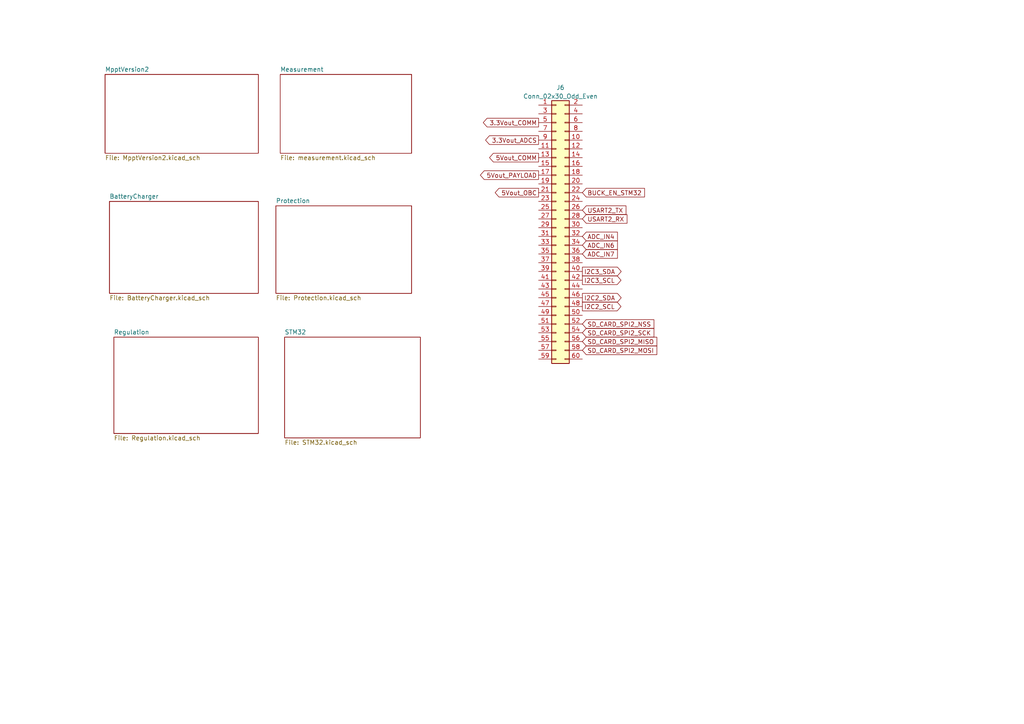
<source format=kicad_sch>
(kicad_sch (version 20230121) (generator eeschema)
  (paper "A4")
  (lib_symbols
    (symbol "Connector_Generic:Conn_02x30_Odd_Even" (pin_names (offset 1.016) hide)
      (property "Reference" "J" (at 1.27 38.1 0))
      (property "Value" "Conn_02x30_Odd_Even" (at 1.27 -40.64 0))
      (symbol "Conn_02x30_Odd_Even_1_1"
        (rectangle (start -1.27 -37.973) (end 0 -38.227) (stroke (width 0.1524)))
        (rectangle (start -1.27 -35.433) (end 0 -35.687) (stroke (width 0.1524)))
        (rectangle (start -1.27 -32.893) (end 0 -33.147) (stroke (width 0.1524)))
        (rectangle (start -1.27 -30.353) (end 0 -30.607) (stroke (width 0.1524)))
        (rectangle (start -1.27 -27.813) (end 0 -28.067) (stroke (width 0.1524)))
        (rectangle (start -1.27 -25.273) (end 0 -25.527) (stroke (width 0.1524)))
        (rectangle (start -1.27 -22.733) (end 0 -22.987) (stroke (width 0.1524)))
        (rectangle (start -1.27 -20.193) (end 0 -20.447) (stroke (width 0.1524)))
        (rectangle (start -1.27 -17.653) (end 0 -17.907) (stroke (width 0.1524)))
        (rectangle (start -1.27 -15.113) (end 0 -15.367) (stroke (width 0.1524)))
        (rectangle (start -1.27 -12.573) (end 0 -12.827) (stroke (width 0.1524)))
        (rectangle (start -1.27 -10.033) (end 0 -10.287) (stroke (width 0.1524)))
        (rectangle (start -1.27 -7.493) (end 0 -7.747) (stroke (width 0.1524)))
        (rectangle (start -1.27 -4.953) (end 0 -5.207) (stroke (width 0.1524)))
        (rectangle (start -1.27 -2.413) (end 0 -2.667) (stroke (width 0.1524)))
        (rectangle (start -1.27 0.127) (end 0 -0.127) (stroke (width 0.1524)))
        (rectangle (start -1.27 2.667) (end 0 2.413) (stroke (width 0.1524)))
        (rectangle (start -1.27 5.207) (end 0 4.953) (stroke (width 0.1524)))
        (rectangle (start -1.27 7.747) (end 0 7.493) (stroke (width 0.1524)))
        (rectangle (start -1.27 10.287) (end 0 10.033) (stroke (width 0.1524)))
        (rectangle (start -1.27 12.827) (end 0 12.573) (stroke (width 0.1524)))
        (rectangle (start -1.27 15.367) (end 0 15.113) (stroke (width 0.1524)))
        (rectangle (start -1.27 17.907) (end 0 17.653) (stroke (width 0.1524)))
        (rectangle (start -1.27 20.447) (end 0 20.193) (stroke (width 0.1524)))
        (rectangle (start -1.27 22.987) (end 0 22.733) (stroke (width 0.1524)))
        (rectangle (start -1.27 25.527) (end 0 25.273) (stroke (width 0.1524)))
        (rectangle (start -1.27 28.067) (end 0 27.813) (stroke (width 0.1524)))
        (rectangle (start -1.27 30.607) (end 0 30.353) (stroke (width 0.1524)))
        (rectangle (start -1.27 33.147) (end 0 32.893) (stroke (width 0.1524)))
        (rectangle (start -1.27 35.687) (end 0 35.433) (stroke (width 0.1524)))
        (rectangle (start -1.27 36.83) (end 3.81 -39.37) (stroke (width 0.254)) (fill (type background)))
        (rectangle (start 3.81 -37.973) (end 2.54 -38.227) (stroke (width 0.1524)))
        (rectangle (start 3.81 -35.433) (end 2.54 -35.687) (stroke (width 0.1524)))
        (rectangle (start 3.81 -32.893) (end 2.54 -33.147) (stroke (width 0.1524)))
        (rectangle (start 3.81 -30.353) (end 2.54 -30.607) (stroke (width 0.1524)))
        (rectangle (start 3.81 -27.813) (end 2.54 -28.067) (stroke (width 0.1524)))
        (rectangle (start 3.81 -25.273) (end 2.54 -25.527) (stroke (width 0.1524)))
        (rectangle (start 3.81 -22.733) (end 2.54 -22.987) (stroke (width 0.1524)))
        (rectangle (start 3.81 -20.193) (end 2.54 -20.447) (stroke (width 0.1524)))
        (rectangle (start 3.81 -17.653) (end 2.54 -17.907) (stroke (width 0.1524)))
        (rectangle (start 3.81 -15.113) (end 2.54 -15.367) (stroke (width 0.1524)))
        (rectangle (start 3.81 -12.573) (end 2.54 -12.827) (stroke (width 0.1524)))
        (rectangle (start 3.81 -10.033) (end 2.54 -10.287) (stroke (width 0.1524)))
        (rectangle (start 3.81 -7.493) (end 2.54 -7.747) (stroke (width 0.1524)))
        (rectangle (start 3.81 -4.953) (end 2.54 -5.207) (stroke (width 0.1524)))
        (rectangle (start 3.81 -2.413) (end 2.54 -2.667) (stroke (width 0.1524)))
        (rectangle (start 3.81 0.127) (end 2.54 -0.127) (stroke (width 0.1524)))
        (rectangle (start 3.81 2.667) (end 2.54 2.413) (stroke (width 0.1524)))
        (rectangle (start 3.81 5.207) (end 2.54 4.953) (stroke (width 0.1524)))
        (rectangle (start 3.81 7.747) (end 2.54 7.493) (stroke (width 0.1524)))
        (rectangle (start 3.81 10.287) (end 2.54 10.033) (stroke (width 0.1524)))
        (rectangle (start 3.81 12.827) (end 2.54 12.573) (stroke (width 0.1524)))
        (rectangle (start 3.81 15.367) (end 2.54 15.113) (stroke (width 0.1524)))
        (rectangle (start 3.81 17.907) (end 2.54 17.653) (stroke (width 0.1524)))
        (rectangle (start 3.81 20.447) (end 2.54 20.193) (stroke (width 0.1524)))
        (rectangle (start 3.81 22.987) (end 2.54 22.733) (stroke (width 0.1524)))
        (rectangle (start 3.81 25.527) (end 2.54 25.273) (stroke (width 0.1524)))
        (rectangle (start 3.81 28.067) (end 2.54 27.813) (stroke (width 0.1524)))
        (rectangle (start 3.81 30.607) (end 2.54 30.353) (stroke (width 0.1524)))
        (rectangle (start 3.81 33.147) (end 2.54 32.893) (stroke (width 0.1524)))
        (rectangle (start 3.81 35.687) (end 2.54 35.433) (stroke (width 0.1524)))
        (pin passive line (at -5.08 35.56 0) (length 3.81) (name "Pin_1") (number "1"))
        (pin passive line (at 7.62 25.4 180) (length 3.81) (name "Pin_10") (number "10"))
        (pin passive line (at -5.08 22.86 0) (length 3.81) (name "Pin_11") (number "11"))
        (pin passive line (at 7.62 22.86 180) (length 3.81) (name "Pin_12") (number "12"))
        (pin passive line (at -5.08 20.32 0) (length 3.81) (name "Pin_13") (number "13"))
        (pin passive line (at 7.62 20.32 180) (length 3.81) (name "Pin_14") (number "14"))
        (pin passive line (at -5.08 17.78 0) (length 3.81) (name "Pin_15") (number "15"))
        (pin passive line (at 7.62 17.78 180) (length 3.81) (name "Pin_16") (number "16"))
        (pin passive line (at -5.08 15.24 0) (length 3.81) (name "Pin_17") (number "17"))
        (pin passive line (at 7.62 15.24 180) (length 3.81) (name "Pin_18") (number "18"))
        (pin passive line (at -5.08 12.7 0) (length 3.81) (name "Pin_19") (number "19"))
        (pin passive line (at 7.62 35.56 180) (length 3.81) (name "Pin_2") (number "2"))
        (pin passive line (at 7.62 12.7 180) (length 3.81) (name "Pin_20") (number "20"))
        (pin passive line (at -5.08 10.16 0) (length 3.81) (name "Pin_21") (number "21"))
        (pin passive line (at 7.62 10.16 180) (length 3.81) (name "Pin_22") (number "22"))
        (pin passive line (at -5.08 7.62 0) (length 3.81) (name "Pin_23") (number "23"))
        (pin passive line (at 7.62 7.62 180) (length 3.81) (name "Pin_24") (number "24"))
        (pin passive line (at -5.08 5.08 0) (length 3.81) (name "Pin_25") (number "25"))
        (pin passive line (at 7.62 5.08 180) (length 3.81) (name "Pin_26") (number "26"))
        (pin passive line (at -5.08 2.54 0) (length 3.81) (name "Pin_27") (number "27"))
        (pin passive line (at 7.62 2.54 180) (length 3.81) (name "Pin_28") (number "28"))
        (pin passive line (at -5.08 0 0) (length 3.81) (name "Pin_29") (number "29"))
        (pin passive line (at -5.08 33.02 0) (length 3.81) (name "Pin_3") (number "3"))
        (pin passive line (at 7.62 0 180) (length 3.81) (name "Pin_30") (number "30"))
        (pin passive line (at -5.08 -2.54 0) (length 3.81) (name "Pin_31") (number "31"))
        (pin passive line (at 7.62 -2.54 180) (length 3.81) (name "Pin_32") (number "32"))
        (pin passive line (at -5.08 -5.08 0) (length 3.81) (name "Pin_33") (number "33"))
        (pin passive line (at 7.62 -5.08 180) (length 3.81) (name "Pin_34") (number "34"))
        (pin passive line (at -5.08 -7.62 0) (length 3.81) (name "Pin_35") (number "35"))
        (pin passive line (at 7.62 -7.62 180) (length 3.81) (name "Pin_36") (number "36"))
        (pin passive line (at -5.08 -10.16 0) (length 3.81) (name "Pin_37") (number "37"))
        (pin passive line (at 7.62 -10.16 180) (length 3.81) (name "Pin_38") (number "38"))
        (pin passive line (at -5.08 -12.7 0) (length 3.81) (name "Pin_39") (number "39"))
        (pin passive line (at 7.62 33.02 180) (length 3.81) (name "Pin_4") (number "4"))
        (pin passive line (at 7.62 -12.7 180) (length 3.81) (name "Pin_40") (number "40"))
        (pin passive line (at -5.08 -15.24 0) (length 3.81) (name "Pin_41") (number "41"))
        (pin passive line (at 7.62 -15.24 180) (length 3.81) (name "Pin_42") (number "42"))
        (pin passive line (at -5.08 -17.78 0) (length 3.81) (name "Pin_43") (number "43"))
        (pin passive line (at 7.62 -17.78 180) (length 3.81) (name "Pin_44") (number "44"))
        (pin passive line (at -5.08 -20.32 0) (length 3.81) (name "Pin_45") (number "45"))
        (pin passive line (at 7.62 -20.32 180) (length 3.81) (name "Pin_46") (number "46"))
        (pin passive line (at -5.08 -22.86 0) (length 3.81) (name "Pin_47") (number "47"))
        (pin passive line (at 7.62 -22.86 180) (length 3.81) (name "Pin_48") (number "48"))
        (pin passive line (at -5.08 -25.4 0) (length 3.81) (name "Pin_49") (number "49"))
        (pin passive line (at -5.08 30.48 0) (length 3.81) (name "Pin_5") (number "5"))
        (pin passive line (at 7.62 -25.4 180) (length 3.81) (name "Pin_50") (number "50"))
        (pin passive line (at -5.08 -27.94 0) (length 3.81) (name "Pin_51") (number "51"))
        (pin passive line (at 7.62 -27.94 180) (length 3.81) (name "Pin_52") (number "52"))
        (pin passive line (at -5.08 -30.48 0) (length 3.81) (name "Pin_53") (number "53"))
        (pin passive line (at 7.62 -30.48 180) (length 3.81) (name "Pin_54") (number "54"))
        (pin passive line (at -5.08 -33.02 0) (length 3.81) (name "Pin_55") (number "55"))
        (pin passive line (at 7.62 -33.02 180) (length 3.81) (name "Pin_56") (number "56"))
        (pin passive line (at -5.08 -35.56 0) (length 3.81) (name "Pin_57") (number "57"))
        (pin passive line (at 7.62 -35.56 180) (length 3.81) (name "Pin_58") (number "58"))
        (pin passive line (at -5.08 -38.1 0) (length 3.81) (name "Pin_59") (number "59"))
        (pin passive line (at 7.62 30.48 180) (length 3.81) (name "Pin_6") (number "6"))
        (pin passive line (at 7.62 -38.1 180) (length 3.81) (name "Pin_60") (number "60"))
        (pin passive line (at -5.08 27.94 0) (length 3.81) (name "Pin_7") (number "7"))
        (pin passive line (at 7.62 27.94 180) (length 3.81) (name "Pin_8") (number "8"))
        (pin passive line (at -5.08 25.4 0) (length 3.81) (name "Pin_9") (number "9"))
      )
    )
  )
  (global_label "SD_CARD_SPI2_SCK" (shape input) (at 168.91 96.52 0) (property "Intersheetrefs" "${INTERSHEET_REFS}" (effects hide)))
  (global_label "5Vout_COMM" (shape output) (at 156.21 45.72 180) (property "Intersheetrefs" "${INTERSHEET_REFS}" (effects hide)))
  (global_label "ADC_IN4" (shape input) (at 168.91 68.58 0) (property "Intersheetrefs" "${INTERSHEET_REFS}" (effects hide)))
  (global_label "I2C2_SCL" (shape output) (at 168.91 88.9 0) (property "Intersheetrefs" "${INTERSHEET_REFS}" (effects hide)))
  (global_label "USART2_TX" (shape input) (at 168.91 60.96 0) (property "Intersheetrefs" "${INTERSHEET_REFS}" (effects hide)))
  (global_label "I2C3_SDA" (shape output) (at 168.91 78.74 0) (property "Intersheetrefs" "${INTERSHEET_REFS}" (effects hide)))
  (global_label "I2C2_SDA" (shape output) (at 168.91 86.36 0) (property "Intersheetrefs" "${INTERSHEET_REFS}" (effects hide)))
  (global_label "BUCK_EN_STM32" (shape input) (at 168.91 55.88 0) (property "Intersheetrefs" "${INTERSHEET_REFS}" (effects hide)))
  (global_label "SD_CARD_SPI2_NSS" (shape input) (at 168.91 93.98 0) (property "Intersheetrefs" "${INTERSHEET_REFS}" (effects hide)))
  (global_label "ADC_IN6" (shape input) (at 168.91 71.12 0) (property "Intersheetrefs" "${INTERSHEET_REFS}" (effects hide)))
  (global_label "3.3Vout_ADCS" (shape output) (at 156.21 40.64 180) (property "Intersheetrefs" "${INTERSHEET_REFS}" (effects hide)))
  (global_label "5Vout_PAYLOAD" (shape output) (at 156.21 50.8 180) (property "Intersheetrefs" "${INTERSHEET_REFS}" (effects hide)))
  (global_label "SD_CARD_SPI2_MISO" (shape input) (at 168.91 99.06 0) (property "Intersheetrefs" "${INTERSHEET_REFS}" (effects hide)))
  (global_label "3.3Vout_COMM" (shape output) (at 156.21 35.56 180) (property "Intersheetrefs" "${INTERSHEET_REFS}" (effects hide)))
  (global_label "USART2_RX" (shape input) (at 168.91 63.5 0) (property "Intersheetrefs" "${INTERSHEET_REFS}" (effects hide)))
  (global_label "5Vout_OBC" (shape output) (at 156.21 55.88 180) (property "Intersheetrefs" "${INTERSHEET_REFS}" (effects hide)))
  (global_label "I2C3_SCL" (shape output) (at 168.91 81.28 0) (property "Intersheetrefs" "${INTERSHEET_REFS}" (effects hide)))
  (global_label "ADC_IN7" (shape input) (at 168.91 73.66 0) (property "Intersheetrefs" "${INTERSHEET_REFS}" (effects hide)))
  (global_label "SD_CARD_SPI2_MOSI" (shape input) (at 168.91 101.6 0) (property "Intersheetrefs" "${INTERSHEET_REFS}" (effects hide)))
  (symbol (lib_id "Connector_Generic:Conn_02x30_Odd_Even") (at 161.29 66.04 0) (unit 1)
    (property "Reference" "J6" (at 162.56 25.4 0))
    (property "Value" "Conn_02x30_Odd_Even" (at 162.56 27.94 0))
    (property "Footprint" "Connector_PinSocket_2.54mm:PinSocket_2x30_P2.54mm_Vertical" (effects hide))
  )
  (sheet (at 80.01 59.69) (size 39.37 25.4) (stroke (width 0.1524))
    (property "Sheetname" "Protection" (at 80.01 58.9784 0) (effects (justify left bottom)))
    (property "Sheetfile" "Protection.kicad_sch" (at 80.01 85.6746 0) (effects (justify left top)))
  )
  (sheet (at 33.02 97.79) (size 41.91 27.94) (stroke (width 0.1524))
    (property "Sheetname" "Regulation" (at 33.02 97.0784 0) (effects (justify left bottom)))
    (property "Sheetfile" "Regulation.kicad_sch" (at 33.02 126.3146 0) (effects (justify left top)))
  )
  (sheet (at 30.48 21.59) (size 44.45 22.86) (stroke (width 0.1524))
    (property "Sheetname" "MpptVersion2" (at 30.48 20.8784 0) (effects (justify left bottom)))
    (property "Sheetfile" "MpptVersion2.kicad_sch" (at 30.48 45.0346 0) (effects (justify left top)))
  )
  (sheet (at 81.28 21.59) (size 38.1 22.86) (stroke (width 0.1524))
    (property "Sheetname" "Measurement" (at 81.28 20.8784 0) (effects (justify left bottom)))
    (property "Sheetfile" "measurement.kicad_sch" (at 81.28 45.0346 0) (effects (justify left top)))
  )
  (sheet (at 82.55 97.79) (size 39.37 29.21) (stroke (width 0.1524))
    (property "Sheetname" "STM32" (at 82.55 97.0784 0) (effects (justify left bottom)))
    (property "Sheetfile" "STM32.kicad_sch" (at 82.55 127.5846 0) (effects (justify left top)))
  )
  (sheet (at 31.75 58.42) (size 43.18 26.67) (stroke (width 0.1524))
    (property "Sheetname" "BatteryCharger" (at 31.75 57.7084 0) (effects (justify left bottom)))
    (property "Sheetfile" "BatteryCharger.kicad_sch" (at 31.75 85.6746 0) (effects (justify left top)))
  )
)
</source>
